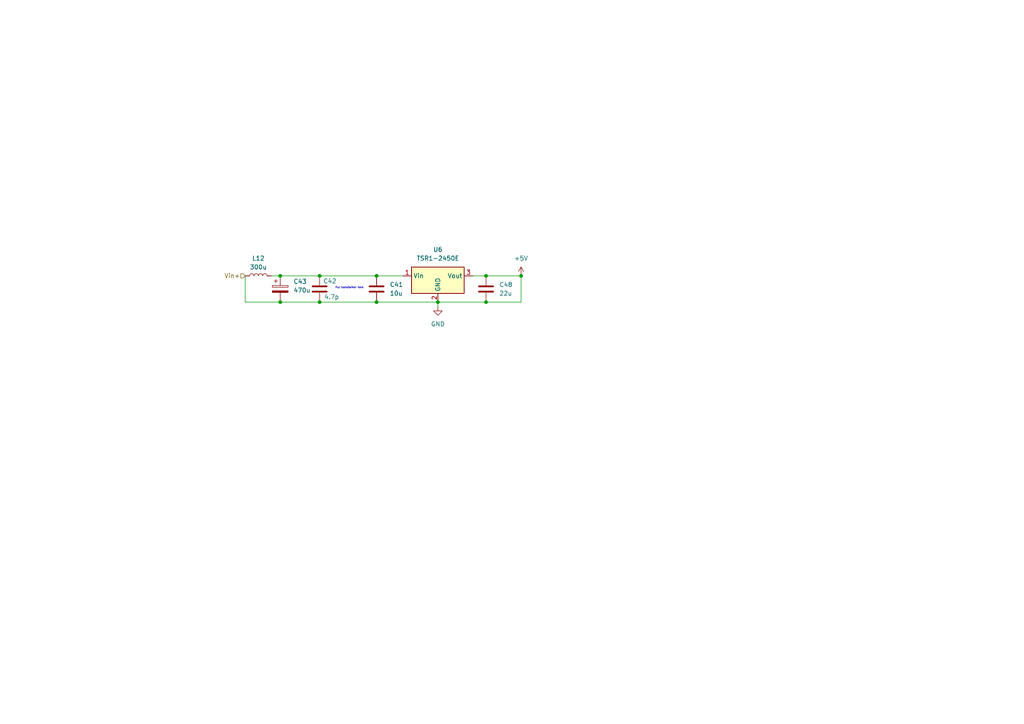
<source format=kicad_sch>
(kicad_sch (version 20231120) (generator "eeschema") (generator_version "8.0")
  (paper "A4")
  (lib_symbols
    (symbol "Device:C" (pin_numbers hide) (pin_names (offset 0.254))
      (property "Reference" "C" (at 0.635 2.54 0))
      (property "Value" "C" (at 0.635 -2.54 0))
      (symbol "C_0_1"
        (polyline (pts (xy -2.032 -0.762) (xy 2.032 -0.762)) (stroke (width 0.508)))
        (polyline (pts (xy -2.032 0.762) (xy 2.032 0.762)) (stroke (width 0.508)))
      )
      (symbol "C_1_1"
        (pin passive line (at 0 3.81 270) (length 2.794) (name "~") (number "1"))
        (pin passive line (at 0 -3.81 90) (length 2.794) (name "~") (number "2"))
      )
    )
    (symbol "Device:C_Polarized" (pin_numbers hide) (pin_names (offset 0.254))
      (property "Reference" "C" (at 0.635 2.54 0))
      (property "Value" "C_Polarized" (at 0.635 -2.54 0))
      (symbol "C_Polarized_0_1"
        (rectangle (start -2.286 0.508) (end 2.286 1.016))
        (polyline (pts (xy -1.778 2.286) (xy -0.762 2.286)))
        (polyline (pts (xy -1.27 2.794) (xy -1.27 1.778)))
        (rectangle (start 2.286 -0.508) (end -2.286 -1.016) (fill (type outline)))
      )
      (symbol "C_Polarized_1_1"
        (pin passive line (at 0 3.81 270) (length 2.794) (name "~") (number "1"))
        (pin passive line (at 0 -3.81 90) (length 2.794) (name "~") (number "2"))
      )
    )
    (symbol "Device:L" (pin_numbers hide) (pin_names (offset 1.016) hide)
      (property "Reference" "L" (at -1.27 0 90))
      (property "Value" "L" (at 1.905 0 90))
      (symbol "L_0_1"
        (arc (start 0 -2.54) (mid 0.6323 -1.905) (end 0 -1.27))
        (arc (start 0 -1.27) (mid 0.6323 -0.635) (end 0 0))
        (arc (start 0 0) (mid 0.6323 0.635) (end 0 1.27))
        (arc (start 0 1.27) (mid 0.6323 1.905) (end 0 2.54))
      )
      (symbol "L_1_1"
        (pin passive line (at 0 3.81 270) (length 1.27) (name "1") (number "1"))
        (pin passive line (at 0 -3.81 90) (length 1.27) (name "2") (number "2"))
      )
    )
    (symbol "Regulator_Switching:TSR1-2450E"
      (property "Reference" "U" (at -7.62 6.35 0))
      (property "Value" "TSR1-2450E" (at -3.81 6.35 0))
      (symbol "TSR1-2450E_0_1"
        (rectangle (start -7.62 5.08) (end 7.62 -2.54) (stroke (width 0.254)) (fill (type background)))
      )
      (symbol "TSR1-2450E_1_1"
        (pin power_in line (at -10.16 2.54 0) (length 2.54) (name "Vin") (number "1"))
        (pin power_in line (at 0 -5.08 90) (length 2.54) (name "GND") (number "2"))
        (pin power_out line (at 10.16 2.54 180) (length 2.54) (name "Vout") (number "3"))
      )
    )
    (symbol "power:+5V" (power) (pin_numbers hide) (pin_names (offset 0) hide)
      (property "Value" "+5V" (at 0 3.556 0))
      (symbol "+5V_0_1"
        (polyline (pts (xy -0.762 1.27) (xy 0 2.54)))
        (polyline (pts (xy 0 0) (xy 0 2.54)))
        (polyline (pts (xy 0 2.54) (xy 0.762 1.27)))
      )
      (symbol "+5V_1_1"
        (pin power_in line (at 0 0 90) (length 0) (name "~") (number "1"))
      )
    )
    (symbol "power:GND" (power) (pin_numbers hide) (pin_names (offset 0) hide)
      (property "Value" "GND" (at 0 -3.81 0))
      (symbol "GND_0_1"
        (polyline (pts (xy 0 0) (xy 0 -1.27) (xy 1.27 -1.27) (xy 0 -2.54) (xy -1.27 -1.27) (xy 0 -1.27)))
      )
      (symbol "GND_1_1"
        (pin power_in line (at 0 0 270) (length 0) (name "~") (number "1"))
      )
    )
  )
  (junction (at 127 87.63))
  (junction (at 140.97 87.63))
  (junction (at 81.28 87.63))
  (junction (at 109.22 87.63))
  (junction (at 151.13 80.01))
  (junction (at 92.71 87.63))
  (junction (at 109.22 80.01))
  (junction (at 92.71 80.01))
  (junction (at 81.28 80.01))
  (junction (at 140.97 80.01))
  (wire (pts (xy 109.22 80.01) (xy 116.84 80.01)))
  (wire (pts (xy 71.12 80.01) (xy 71.12 87.63)))
  (wire (pts (xy 71.12 87.63) (xy 81.28 87.63)))
  (wire (pts (xy 81.28 87.63) (xy 92.71 87.63)))
  (wire (pts (xy 92.71 80.01) (xy 109.22 80.01)))
  (wire (pts (xy 81.28 80.01) (xy 92.71 80.01)))
  (wire (pts (xy 151.13 80.01) (xy 151.13 87.63)))
  (wire (pts (xy 151.13 87.63) (xy 140.97 87.63)))
  (wire (pts (xy 109.22 87.63) (xy 127 87.63)))
  (wire (pts (xy 92.71 87.63) (xy 109.22 87.63)))
  (wire (pts (xy 127 87.63) (xy 127 88.9)))
  (wire (pts (xy 140.97 80.01) (xy 151.13 80.01)))
  (wire (pts (xy 127 87.63) (xy 140.97 87.63)))
  (wire (pts (xy 78.74 80.01) (xy 81.28 80.01)))
  (wire (pts (xy 137.16 80.01) (xy 140.97 80.01)))
  (text "Put transformer here" (at 101.346 83.566 0) (effects (font (size 0.508 0.508) (bold yes))))
  (hierarchical_label "Vin+" (shape input) (at 71.12 80.01 180))
  (symbol (lib_id "Device:C") (at 109.22 83.82 0) (unit 1)
    (property "Reference" "C41" (at 113.03 82.5499 0) (effects (justify left)))
    (property "Value" "10u" (at 113.03 85.0899 0) (effects (justify left)))
    (property "Footprint" "Capacitor_SMD:C_0603_1608Metric" (effects (hide yes)))
    (property "Description" "Unpolarized capacitor" (effects (hide yes)))
  )
  (symbol (lib_id "power:GND") (at 127 88.9 0) (unit 1)
    (property "Reference" "#PWR08" (effects (hide yes)))
    (property "Value" "GND" (at 127 93.98 0))
    (property "Description" "Power symbol creates a global label with name \"GND\" , ground" (effects (hide yes)))
  )
  (symbol (lib_id "power:+5V") (at 151.13 80.01 0) (unit 1)
    (property "Reference" "#PWR021" (effects (hide yes)))
    (property "Value" "+5V" (at 151.13 74.93 0))
    (property "Description" "Power symbol creates a global label with name \"+5V\"" (effects (hide yes)))
  )
  (symbol (lib_id "Regulator_Switching:TSR1-2450E") (at 127 82.55 0) (unit 1)
    (property "Reference" "U6" (at 127 72.39 0))
    (property "Value" "TSR1-2450E" (at 127 74.93 0))
    (property "Footprint" "Converter_DCDC:Converter_DCDC_TRACO_TSR1-xxxxE_THT" (effects (hide yes)))
    (property "Datasheet" "https://www.tracopower.com/products/tsr1e.pdf" (effects (hide yes)))
    (property "Description" "1A step-down regulator, fixed 5V output voltage, 7-36V input voltage, TO-220 compatible LM78xx replacement" (effects (hide yes)))
  )
  (symbol (lib_id "Device:C") (at 140.97 83.82 0) (unit 1)
    (property "Reference" "C48" (at 144.78 82.5499 0) (effects (justify left)))
    (property "Value" "22u" (at 144.78 85.0899 0) (effects (justify left)))
    (property "Footprint" "Capacitor_SMD:C_0603_1608Metric" (effects (hide yes)))
    (property "Description" "Unpolarized capacitor" (effects (hide yes)))
  )
  (symbol (lib_id "Device:C_Polarized") (at 81.28 83.82 0) (unit 1)
    (property "Reference" "C43" (at 85.09 81.6609 0) (effects (justify left)))
    (property "Value" "470u" (at 85.09 84.2009 0) (effects (justify left)))
    (property "Footprint" "Capacitor_SMD:C_0603_1608Metric" (effects (hide yes)))
    (property "Description" "Polarized capacitor" (effects (hide yes)))
  )
  (symbol (lib_id "Device:L") (at 74.93 80.01 90) (unit 1)
    (property "Reference" "L12" (at 74.93 74.93 90))
    (property "Value" "300u" (at 74.93 77.47 90))
    (property "Footprint" "Library:IND_7060_WRE" (effects (hide yes)))
    (property "Description" "Inductor" (effects (hide yes)))
  )
  (symbol (lib_id "Device:C") (at 92.71 83.82 0) (unit 1)
    (property "Reference" "C42" (at 93.726 81.534 0) (effects (justify left)))
    (property "Value" "4.7p" (at 93.98 86.106 0) (effects (justify left)))
    (property "Footprint" "Capacitor_SMD:C_0603_1608Metric" (effects (hide yes)))
    (property "Description" "Unpolarized capacitor" (effects (hide yes)))
  )
)
</source>
